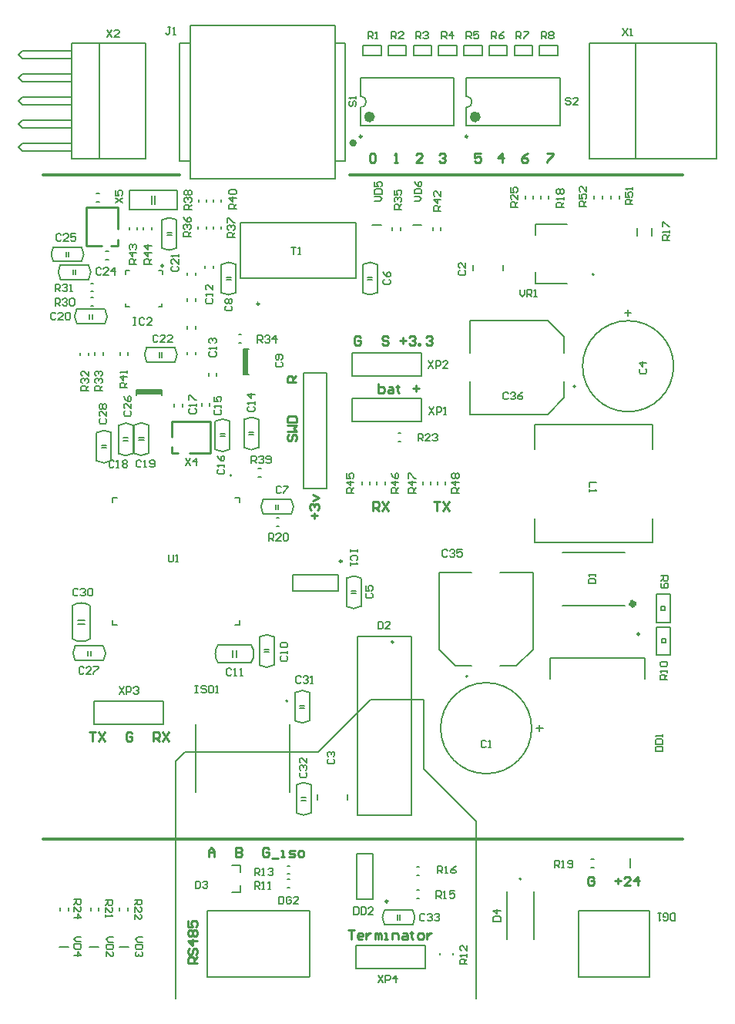
<source format=gto>
G04*
G04 #@! TF.GenerationSoftware,Altium Limited,Altium Designer,20.0.13 (296)*
G04*
G04 Layer_Color=65535*
%FSLAX44Y44*%
%MOMM*%
G71*
G01*
G75*
%ADD10C,0.2000*%
%ADD11C,0.2540*%
%ADD12C,0.2500*%
%ADD13C,0.1500*%
%ADD14C,0.1270*%
%ADD15C,0.4000*%
%ADD16C,0.6096*%
%ADD17C,0.6000*%
%ADD18C,0.3000*%
%ADD19C,0.1520*%
%ADD20C,0.1524*%
%ADD21R,2.8000X0.5500*%
%ADD22R,0.5500X2.8000*%
D10*
X525500Y131500D02*
G03*
X525500Y131500I-1000J0D01*
G01*
X207250Y574900D02*
G03*
X207250Y574900I-1000J0D01*
G01*
X466750Y354250D02*
G03*
X466750Y354250I-1000J0D01*
G01*
X585000Y672750D02*
G03*
X585000Y672750I-1000J0D01*
G01*
X268950Y327250D02*
G03*
X268950Y327250I-1000J0D01*
G01*
X605500Y795750D02*
G03*
X605500Y795750I-1000J0D01*
G01*
X537000Y297250D02*
G03*
X537000Y297250I-50000J0D01*
G01*
X693000Y695000D02*
G03*
X693000Y695000I-50000J0D01*
G01*
X348800Y979150D02*
G03*
X348800Y991850I0J6350D01*
G01*
X465000Y979150D02*
G03*
X465000Y991850I0J6350D01*
G01*
X180500Y23825D02*
Y96785D01*
Y23825D02*
X292170D01*
X292880Y24535D01*
Y96785D01*
X180500D02*
X292880D01*
X605500Y879000D02*
Y882000D01*
X614500Y879000D02*
Y882000D01*
X624072Y879000D02*
Y882000D01*
X633072Y879000D02*
Y882000D01*
X442500Y565250D02*
Y568250D01*
X433500Y565250D02*
Y568250D01*
X426250Y565250D02*
Y568250D01*
X417250Y565250D02*
Y568250D01*
X376000Y565250D02*
Y568250D01*
X367000Y565250D02*
Y568250D01*
X359500Y565250D02*
Y568250D01*
X350500Y565250D02*
Y568250D01*
X216500Y117000D02*
Y125000D01*
X207500Y117000D02*
X216500D01*
Y139000D02*
Y147000D01*
X207500D02*
X216500D01*
X-22766Y990434D02*
X31420D01*
X-27000Y986200D02*
X-22766Y981967D01*
X31420D01*
X-27000Y986200D02*
X-22766Y990434D01*
X61900Y922700D02*
Y1049700D01*
X31420Y922700D02*
X61900D01*
X-27000Y960800D02*
X-22766Y965034D01*
X-27000Y935400D02*
X-22766Y939634D01*
X-27000Y935400D02*
X-22766Y931167D01*
Y956567D02*
X31420D01*
X-27000Y960800D02*
X-22766Y956567D01*
Y965034D02*
X31420D01*
X-22766Y939634D02*
X31420D01*
X-22766Y931167D02*
X31420D01*
Y922700D02*
Y1049700D01*
X61900Y922700D02*
X112700D01*
Y1049700D01*
X-27000Y1011600D02*
X-22766Y1015834D01*
Y1007367D02*
X31420D01*
X-27000Y1011600D02*
X-22766Y1007367D01*
Y1015834D02*
X31420D01*
X-27000Y1037000D02*
X-22766Y1041234D01*
Y1032767D02*
X31420D01*
X-27000Y1037000D02*
X-22766Y1032767D01*
Y1041234D02*
X31420D01*
Y1049700D02*
X112700D01*
X301250Y218250D02*
Y224250D01*
X334250Y218250D02*
Y224250D01*
X339400Y634050D02*
X415600D01*
X339400Y659450D02*
X415600D01*
X339400Y634050D02*
Y659450D01*
X415600Y634050D02*
Y659450D01*
X669250Y838750D02*
Y846750D01*
X653250Y838750D02*
Y846750D01*
X406248Y850250D02*
X416248D01*
X518000Y1036500D02*
Y1047500D01*
X538000D01*
Y1036500D02*
Y1047500D01*
X518000Y1036500D02*
X538000D01*
X462500D02*
Y1047500D01*
X482500D01*
Y1036500D02*
Y1047500D01*
X462500Y1036500D02*
X482500D01*
X407000D02*
Y1047500D01*
X427000D01*
Y1036500D02*
Y1047500D01*
X407000Y1036500D02*
X427000D01*
X545750D02*
Y1047500D01*
X565750D01*
Y1036500D02*
Y1047500D01*
X545750Y1036500D02*
X565750D01*
X490250D02*
Y1047500D01*
X510250D01*
Y1036500D02*
Y1047500D01*
X490250Y1036500D02*
X510250D01*
X434750D02*
Y1047500D01*
X454751D01*
Y1036500D02*
Y1047500D01*
X434750Y1036500D02*
X454751D01*
X379250D02*
Y1047500D01*
X399250D01*
Y1036500D02*
Y1047500D01*
X379250Y1036500D02*
X399250D01*
X351500D02*
Y1047500D01*
X371500D01*
Y1036500D02*
Y1047500D01*
X351500Y1036500D02*
X371500D01*
X390250Y612500D02*
X393250D01*
X390250Y621500D02*
X393250D01*
X362750Y109600D02*
Y159600D01*
X344750Y109600D02*
Y159600D01*
Y109600D02*
X362750D01*
X344750Y159600D02*
X362750D01*
X476250Y0D02*
Y194500D01*
X418250Y252500D02*
X476250Y194500D01*
X418250Y252500D02*
Y328250D01*
X359750D02*
X418250D01*
X302750Y271250D02*
X359750Y328250D01*
X156000Y271250D02*
X302750D01*
X145500Y260750D02*
X156000Y271250D01*
X145500Y0D02*
Y260750D01*
X339400Y684550D02*
X415600D01*
X339400Y709950D02*
X415600D01*
X339400Y684550D02*
Y709950D01*
X415600Y684550D02*
Y709950D01*
X55650Y301550D02*
X131850D01*
X55650Y326950D02*
X131850D01*
X55650Y301550D02*
Y326950D01*
X131850Y301550D02*
Y326950D01*
X410500Y110250D02*
X413500D01*
X410500Y119250D02*
X413500D01*
X410500Y136000D02*
X413500D01*
X410500Y145000D02*
X413500D01*
X343750Y33550D02*
X419950D01*
X343750Y58950D02*
X419950D01*
X343750Y33550D02*
Y58950D01*
X419950Y33550D02*
Y58950D01*
X268500Y137000D02*
X271500D01*
X268500Y146000D02*
X271500D01*
X268250Y122000D02*
X271250D01*
X268250Y131000D02*
X271250D01*
X428250Y844250D02*
Y847250D01*
X437250Y844250D02*
Y847250D01*
X361750Y850250D02*
X371750D01*
X547000Y879000D02*
Y882000D01*
X556000Y879000D02*
Y882000D01*
X50000Y707000D02*
Y710000D01*
X41000Y707000D02*
Y710000D01*
X52250Y761500D02*
X55250D01*
X52250Y770500D02*
X55250D01*
X59000Y884500D02*
X62000D01*
X59000Y875500D02*
X62000D01*
X68750Y812250D02*
X71750D01*
X68750Y821250D02*
X71750D01*
X94750Y844750D02*
Y847750D01*
X103750Y844750D02*
Y847750D01*
X215000Y721000D02*
X218000D01*
X215000Y730000D02*
X218000D01*
X178000Y802500D02*
Y805500D01*
X187000Y802500D02*
Y805500D01*
X110500Y844750D02*
Y847750D01*
X119500Y844750D02*
Y847750D01*
X93500Y707500D02*
Y710500D01*
X84500Y707500D02*
Y710500D01*
X539000Y879250D02*
Y882250D01*
X530000Y879250D02*
Y882250D01*
X170750Y845750D02*
Y848750D01*
X179750Y845750D02*
Y848750D01*
X167500Y736000D02*
Y739000D01*
X158500Y736000D02*
Y739000D01*
X196000Y875500D02*
Y878500D01*
X187000Y875500D02*
Y878500D01*
X182000Y684500D02*
Y687500D01*
X191000Y684500D02*
Y687500D01*
X130250Y663000D02*
Y669000D01*
X102250Y663000D02*
Y669000D01*
X130250D01*
X187000Y845750D02*
Y848750D01*
X196000Y845750D02*
Y848750D01*
X180000Y875500D02*
Y878500D01*
X171000Y875500D02*
Y878500D01*
X344250Y792200D02*
Y852800D01*
X217250Y792200D02*
X344250D01*
X217250D02*
Y852800D01*
X344250D01*
X450250Y48000D02*
Y50000D01*
X436250Y48000D02*
Y50000D01*
X236750Y573750D02*
X239750D01*
X236750Y582750D02*
X239750D01*
X256500Y519250D02*
X259500D01*
X256500Y528250D02*
X259500D01*
X274750Y465750D02*
X324750D01*
X274750Y447750D02*
X324750D01*
Y465750D01*
X274750Y447750D02*
Y465750D01*
X661500Y351750D02*
Y374250D01*
X557500D02*
X661500D01*
X557500Y351750D02*
Y374250D01*
X17750Y57000D02*
X27750D01*
X51000D02*
X61000D01*
X84250D02*
X94250D01*
X92998Y97000D02*
Y100000D01*
X83998Y97000D02*
Y100000D01*
X61248Y97000D02*
Y100000D01*
X52247Y97000D02*
Y100000D01*
X27998Y97000D02*
Y100000D01*
X18997Y97000D02*
Y100000D01*
X392751Y844250D02*
Y847250D01*
X383752Y844250D02*
Y847250D01*
X52500Y786000D02*
X55500D01*
X52500Y777000D02*
X55500D01*
X183250Y651250D02*
Y654250D01*
X174250Y651250D02*
Y654250D01*
X153500Y650750D02*
Y653750D01*
X144500Y650750D02*
Y653750D01*
X220500Y686000D02*
Y714000D01*
Y686000D02*
X226500D01*
X220500Y714000D02*
X226500D01*
X57000Y707500D02*
Y710500D01*
X66000Y707500D02*
Y710500D01*
X602250Y144003D02*
X605250D01*
X602250Y153002D02*
X605250D01*
X651600Y1049700D02*
X740500D01*
Y922700D02*
Y1049700D01*
X651600Y922700D02*
X740500D01*
X600800D02*
Y1049700D01*
X651600Y922700D02*
Y1049700D01*
X600800D02*
X651600D01*
X600800Y922700D02*
X651600D01*
X645500Y144250D02*
Y154250D01*
X286050Y688000D02*
X311450D01*
Y561000D02*
Y688000D01*
X286050Y561000D02*
Y688000D01*
Y561000D02*
X311450D01*
X473000Y800000D02*
Y806000D01*
X506000Y800000D02*
Y806000D01*
X545750Y293750D02*
Y300750D01*
X542250Y297250D02*
X549250D01*
X639500Y753750D02*
X646500D01*
X643000Y750250D02*
Y757250D01*
X348800Y959000D02*
X451800D01*
X348800Y1012000D02*
X451800D01*
X348800Y959000D02*
Y979150D01*
Y991850D02*
Y1012000D01*
X451800Y959000D02*
Y1012000D01*
X465000Y959000D02*
X568000D01*
X465000Y1012000D02*
X568000D01*
X465000Y959000D02*
Y979150D01*
Y991850D02*
Y1012000D01*
X568000Y959000D02*
Y1012000D01*
X158500Y707750D02*
Y710750D01*
X167500Y707750D02*
Y710750D01*
Y794750D02*
Y797750D01*
X158500Y794750D02*
Y797750D01*
Y766500D02*
Y769500D01*
X167500Y766500D02*
Y769500D01*
X694830Y85741D02*
Y93739D01*
X690832D01*
X689499Y92406D01*
Y87074D01*
X690832Y85741D01*
X694830D01*
X681501Y87074D02*
X682834Y85741D01*
X685500D01*
X686833Y87074D01*
Y92406D01*
X685500Y93739D01*
X682834D01*
X681501Y92406D01*
Y89740D01*
X684167D01*
X678836Y93739D02*
X676170D01*
X677503D01*
Y85741D01*
X678836Y87074D01*
X259337Y112249D02*
Y104251D01*
X263335D01*
X264668Y105584D01*
Y110916D01*
X263335Y112249D01*
X259337D01*
X272666Y110916D02*
X271333Y112249D01*
X268667D01*
X267334Y110916D01*
Y105584D01*
X268667Y104251D01*
X271333D01*
X272666Y105584D01*
Y108250D01*
X270000D01*
X280663Y104251D02*
X275332D01*
X280663Y109583D01*
Y110916D01*
X279330Y112249D01*
X276665D01*
X275332Y110916D01*
X597249Y870837D02*
X589251D01*
Y874836D01*
X590584Y876168D01*
X593250D01*
X594583Y874836D01*
Y870837D01*
Y873503D02*
X597249Y876168D01*
X589251Y884166D02*
Y878834D01*
X593250D01*
X591917Y881500D01*
Y882833D01*
X593250Y884166D01*
X595916D01*
X597249Y882833D01*
Y880167D01*
X595916Y878834D01*
X597249Y892163D02*
Y886832D01*
X591917Y892163D01*
X590584D01*
X589251Y890830D01*
Y888165D01*
X590584Y886832D01*
X648249Y872907D02*
X640251D01*
Y876905D01*
X641584Y878238D01*
X644250D01*
X645583Y876905D01*
Y872907D01*
Y875572D02*
X648249Y878238D01*
X640251Y886236D02*
Y880904D01*
X644250D01*
X642917Y883570D01*
Y884903D01*
X644250Y886236D01*
X646916D01*
X648249Y884903D01*
Y882237D01*
X646916Y880904D01*
X648249Y888901D02*
Y891567D01*
Y890234D01*
X640251D01*
X641584Y888901D01*
X495001Y85085D02*
X502999D01*
Y89084D01*
X501666Y90417D01*
X496334D01*
X495001Y89084D01*
Y85085D01*
X502999Y97082D02*
X495001D01*
X499000Y93083D01*
Y98414D01*
X99503Y748249D02*
X102169D01*
X100836D01*
Y740251D01*
X99503D01*
X102169D01*
X111499Y746916D02*
X110167Y748249D01*
X107501D01*
X106168Y746916D01*
Y741584D01*
X107501Y740251D01*
X110167D01*
X111499Y741584D01*
X119497Y740251D02*
X114165D01*
X119497Y745583D01*
Y746916D01*
X118164Y748249D01*
X115498D01*
X114165Y746916D01*
X457249Y555837D02*
X449251D01*
Y559836D01*
X450584Y561168D01*
X453250D01*
X454583Y559836D01*
Y555837D01*
Y558503D02*
X457249Y561168D01*
Y567833D02*
X449251D01*
X453250Y563834D01*
Y569166D01*
X450584Y571832D02*
X449251Y573164D01*
Y575830D01*
X450584Y577163D01*
X451917D01*
X453250Y575830D01*
X454583Y577163D01*
X455916D01*
X457249Y575830D01*
Y573164D01*
X455916Y571832D01*
X454583D01*
X453250Y573164D01*
X451917Y571832D01*
X450584D01*
X453250Y573164D02*
Y575830D01*
X409749Y555837D02*
X401751D01*
Y559836D01*
X403084Y561168D01*
X405750D01*
X407083Y559836D01*
Y555837D01*
Y558503D02*
X409749Y561168D01*
Y567833D02*
X401751D01*
X405750Y563834D01*
Y569166D01*
X401751Y571832D02*
Y577163D01*
X403084D01*
X408416Y571832D01*
X409749D01*
X390749Y555837D02*
X382751D01*
Y559836D01*
X384084Y561168D01*
X386750D01*
X388083Y559836D01*
Y555837D01*
Y558503D02*
X390749Y561168D01*
Y567833D02*
X382751D01*
X386750Y563834D01*
Y569166D01*
X382751Y577163D02*
X384084Y574497D01*
X386750Y571832D01*
X389416D01*
X390749Y573164D01*
Y575830D01*
X389416Y577163D01*
X388083D01*
X386750Y575830D01*
Y571832D01*
X341749Y555837D02*
X333751D01*
Y559836D01*
X335084Y561168D01*
X337750D01*
X339083Y559836D01*
Y555837D01*
Y558503D02*
X341749Y561168D01*
Y567833D02*
X333751D01*
X337750Y563834D01*
Y569166D01*
X333751Y577163D02*
Y571832D01*
X337750D01*
X336417Y574497D01*
Y575830D01*
X337750Y577163D01*
X340416D01*
X341749Y575830D01*
Y573164D01*
X340416Y571832D01*
X511168Y665166D02*
X509836Y666499D01*
X507170D01*
X505837Y665166D01*
Y659834D01*
X507170Y658501D01*
X509836D01*
X511168Y659834D01*
X513834Y665166D02*
X515167Y666499D01*
X517833D01*
X519166Y665166D01*
Y663833D01*
X517833Y662500D01*
X516500D01*
X517833D01*
X519166Y661167D01*
Y659834D01*
X517833Y658501D01*
X515167D01*
X513834Y659834D01*
X527163Y666499D02*
X524497Y665166D01*
X521832Y662500D01*
Y659834D01*
X523164Y658501D01*
X525830D01*
X527163Y659834D01*
Y661167D01*
X525830Y662500D01*
X521832D01*
X444418Y492166D02*
X443086Y493499D01*
X440420D01*
X439087Y492166D01*
Y486834D01*
X440420Y485501D01*
X443086D01*
X444418Y486834D01*
X447084Y492166D02*
X448417Y493499D01*
X451083D01*
X452416Y492166D01*
Y490833D01*
X451083Y489500D01*
X449750D01*
X451083D01*
X452416Y488167D01*
Y486834D01*
X451083Y485501D01*
X448417D01*
X447084Y486834D01*
X460413Y493499D02*
X455082D01*
Y489500D01*
X457747Y490833D01*
X459080D01*
X460413Y489500D01*
Y486834D01*
X459080Y485501D01*
X456414D01*
X455082Y486834D01*
X408250Y876587D02*
X413581D01*
X416247Y879253D01*
X413581Y881918D01*
X408250D01*
Y884584D02*
X416247D01*
Y888583D01*
X414914Y889916D01*
X409582D01*
X408250Y888583D01*
Y884584D01*
Y897913D02*
X409582Y895247D01*
X412248Y892582D01*
X414914D01*
X416247Y893915D01*
Y896580D01*
X414914Y897913D01*
X413581D01*
X412248Y896580D01*
Y892582D01*
X364501Y876337D02*
X369833D01*
X372499Y879003D01*
X369833Y881668D01*
X364501D01*
Y884334D02*
X372499D01*
Y888333D01*
X371166Y889666D01*
X365834D01*
X364501Y888333D01*
Y884334D01*
Y897663D02*
Y892332D01*
X368500D01*
X367167Y894997D01*
Y896330D01*
X368500Y897663D01*
X371166D01*
X372499Y896330D01*
Y893665D01*
X371166Y892332D01*
X272418Y825999D02*
X277750D01*
X275084D01*
Y818001D01*
X280416D02*
X283082D01*
X281749D01*
Y825999D01*
X280416Y824666D01*
X119499Y807337D02*
X111501D01*
Y811336D01*
X112834Y812668D01*
X115500D01*
X116833Y811336D01*
Y807337D01*
Y810003D02*
X119499Y812668D01*
Y819333D02*
X111501D01*
X115500Y815334D01*
Y820666D01*
X119499Y827330D02*
X111501D01*
X115500Y823332D01*
Y828663D01*
X102749Y807337D02*
X94751D01*
Y811336D01*
X96084Y812668D01*
X98750D01*
X100083Y811336D01*
Y807337D01*
Y810003D02*
X102749Y812668D01*
Y819333D02*
X94751D01*
X98750Y815334D01*
Y820666D01*
X96084Y823332D02*
X94751Y824665D01*
Y827330D01*
X96084Y828663D01*
X97417D01*
X98750Y827330D01*
Y825997D01*
Y827330D01*
X100083Y828663D01*
X101416D01*
X102749Y827330D01*
Y824665D01*
X101416Y823332D01*
X437249Y865837D02*
X429251D01*
Y869836D01*
X430584Y871168D01*
X433250D01*
X434583Y869836D01*
Y865837D01*
Y868503D02*
X437249Y871168D01*
Y877833D02*
X429251D01*
X433250Y873834D01*
Y879166D01*
X437249Y887163D02*
Y881832D01*
X431917Y887163D01*
X430584D01*
X429251Y885830D01*
Y883165D01*
X430584Y881832D01*
X92499Y671420D02*
X84501D01*
Y675418D01*
X85834Y676751D01*
X88500D01*
X89833Y675418D01*
Y671420D01*
Y674085D02*
X92499Y676751D01*
Y683416D02*
X84501D01*
X88500Y679417D01*
Y684749D01*
X92499Y687414D02*
Y690080D01*
Y688747D01*
X84501D01*
X85834Y687414D01*
X212499Y867837D02*
X204501D01*
Y871835D01*
X205834Y873168D01*
X208500D01*
X209833Y871835D01*
Y867837D01*
Y870502D02*
X212499Y873168D01*
Y879833D02*
X204501D01*
X208500Y875834D01*
Y881166D01*
X205834Y883831D02*
X204501Y885164D01*
Y887830D01*
X205834Y889163D01*
X211166D01*
X212499Y887830D01*
Y885164D01*
X211166Y883831D01*
X205834D01*
X572249Y869753D02*
X564251D01*
Y873752D01*
X565584Y875085D01*
X568250D01*
X569583Y873752D01*
Y869753D01*
Y872419D02*
X572249Y875085D01*
Y877751D02*
Y880416D01*
Y879084D01*
X564251D01*
X565584Y877751D01*
Y884415D02*
X564251Y885748D01*
Y888414D01*
X565584Y889747D01*
X566917D01*
X568250Y888414D01*
X569583Y889747D01*
X570916D01*
X572249Y888414D01*
Y885748D01*
X570916Y884415D01*
X569583D01*
X568250Y885748D01*
X566917Y884415D01*
X565584D01*
X568250Y885748D02*
Y888414D01*
X688749Y833503D02*
X680751D01*
Y837502D01*
X682084Y838835D01*
X684750D01*
X686083Y837502D01*
Y833503D01*
Y836169D02*
X688749Y838835D01*
Y841501D02*
Y844166D01*
Y842834D01*
X680751D01*
X682084Y841501D01*
X680751Y848165D02*
Y853497D01*
X682084D01*
X687416Y848165D01*
X688749D01*
X368337Y25749D02*
X373668Y17751D01*
Y25749D02*
X368337Y17751D01*
X376334D02*
Y25749D01*
X380333D01*
X381666Y24416D01*
Y21750D01*
X380333Y20417D01*
X376334D01*
X388330Y17751D02*
Y25749D01*
X384332Y21750D01*
X389663D01*
X433753Y137751D02*
Y145749D01*
X437752D01*
X439085Y144416D01*
Y141750D01*
X437752Y140417D01*
X433753D01*
X436419D02*
X439085Y137751D01*
X441751D02*
X444417D01*
X443084D01*
Y145749D01*
X441751Y144416D01*
X453747Y145749D02*
X451081Y144416D01*
X448415Y141750D01*
Y139084D01*
X449748Y137751D01*
X452414D01*
X453747Y139084D01*
Y140417D01*
X452414Y141750D01*
X448415D01*
X432253Y110501D02*
Y118499D01*
X436252D01*
X437585Y117166D01*
Y114500D01*
X436252Y113167D01*
X432253D01*
X434919D02*
X437585Y110501D01*
X440251D02*
X442916D01*
X441584D01*
Y118499D01*
X440251Y117166D01*
X452247Y118499D02*
X446915D01*
Y114500D01*
X449581Y115833D01*
X450914D01*
X452247Y114500D01*
Y111834D01*
X450914Y110501D01*
X448248D01*
X446915Y111834D01*
X232753Y135501D02*
Y143499D01*
X236752D01*
X238085Y142166D01*
Y139500D01*
X236752Y138167D01*
X232753D01*
X235419D02*
X238085Y135501D01*
X240751D02*
X243416D01*
X242083D01*
Y143499D01*
X240751Y142166D01*
X247415D02*
X248748Y143499D01*
X251414D01*
X252747Y142166D01*
Y140833D01*
X251414Y139500D01*
X250081D01*
X251414D01*
X252747Y138167D01*
Y136834D01*
X251414Y135501D01*
X248748D01*
X247415Y136834D01*
X466249Y38253D02*
X458251D01*
Y42252D01*
X459584Y43585D01*
X462250D01*
X463583Y42252D01*
Y38253D01*
Y40919D02*
X466249Y43585D01*
Y46251D02*
Y48917D01*
Y47584D01*
X458251D01*
X459584Y46251D01*
X466249Y58247D02*
Y52915D01*
X460917Y58247D01*
X459584D01*
X458251Y56914D01*
Y54248D01*
X459584Y52915D01*
X232753Y120751D02*
Y128749D01*
X236752D01*
X238085Y127416D01*
Y124750D01*
X236752Y123417D01*
X232753D01*
X235419D02*
X238085Y120751D01*
X240751D02*
X243416D01*
X242083D01*
Y128749D01*
X240751Y127416D01*
X247415Y120751D02*
X250081D01*
X248748D01*
Y128749D01*
X247415Y127416D01*
X167302Y344207D02*
X169968D01*
X168635D01*
Y336210D01*
X167302D01*
X169968D01*
X179298Y342874D02*
X177965Y344207D01*
X175299D01*
X173967Y342874D01*
Y341542D01*
X175299Y340209D01*
X177965D01*
X179298Y338876D01*
Y337543D01*
X177965Y336210D01*
X175299D01*
X173967Y337543D01*
X185963Y344207D02*
X183297D01*
X181964Y342874D01*
Y337543D01*
X183297Y336210D01*
X185963D01*
X187296Y337543D01*
Y342874D01*
X185963Y344207D01*
X189961Y336210D02*
X192627D01*
X191294D01*
Y344207D01*
X189961Y342874D01*
X341587Y100499D02*
Y92501D01*
X345586D01*
X346918Y93834D01*
Y99166D01*
X345586Y100499D01*
X341587D01*
X349584D02*
Y92501D01*
X353583D01*
X354916Y93834D01*
Y99166D01*
X353583Y100499D01*
X349584D01*
X362913Y92501D02*
X357582D01*
X362913Y97833D01*
Y99166D01*
X361580Y100499D01*
X358914D01*
X357582Y99166D01*
X167586Y129249D02*
Y121251D01*
X171584D01*
X172917Y122584D01*
Y127916D01*
X171584Y129249D01*
X167586D01*
X175583Y127916D02*
X176916Y129249D01*
X179582D01*
X180914Y127916D01*
Y126583D01*
X179582Y125250D01*
X178249D01*
X179582D01*
X180914Y123917D01*
Y122584D01*
X179582Y121251D01*
X176916D01*
X175583Y122584D01*
X368086Y414249D02*
Y406251D01*
X372084D01*
X373417Y407584D01*
Y412916D01*
X372084Y414249D01*
X368086D01*
X381414Y406251D02*
X376083D01*
X381414Y411583D01*
Y412916D01*
X380082Y414249D01*
X377416D01*
X376083Y412916D01*
X419668Y92166D02*
X418335Y93499D01*
X415670D01*
X414337Y92166D01*
Y86834D01*
X415670Y85501D01*
X418335D01*
X419668Y86834D01*
X422334Y92166D02*
X423667Y93499D01*
X426333D01*
X427666Y92166D01*
Y90833D01*
X426333Y89500D01*
X425000D01*
X426333D01*
X427666Y88167D01*
Y86834D01*
X426333Y85501D01*
X423667D01*
X422334Y86834D01*
X430332Y92166D02*
X431665Y93499D01*
X434330D01*
X435663Y92166D01*
Y90833D01*
X434330Y89500D01*
X432997D01*
X434330D01*
X435663Y88167D01*
Y86834D01*
X434330Y85501D01*
X431665D01*
X430332Y86834D01*
X283334Y248418D02*
X282001Y247085D01*
Y244420D01*
X283334Y243087D01*
X288666D01*
X289999Y244420D01*
Y247085D01*
X288666Y248418D01*
X283334Y251084D02*
X282001Y252417D01*
Y255083D01*
X283334Y256416D01*
X284667D01*
X286000Y255083D01*
Y253750D01*
Y255083D01*
X287333Y256416D01*
X288666D01*
X289999Y255083D01*
Y252417D01*
X288666Y251084D01*
X289999Y264413D02*
Y259082D01*
X284667Y264413D01*
X283334D01*
X282001Y263080D01*
Y260415D01*
X283334Y259082D01*
X283446Y353302D02*
X282113Y354635D01*
X279447D01*
X278114Y353302D01*
Y347971D01*
X279447Y346638D01*
X282113D01*
X283446Y347971D01*
X286111Y353302D02*
X287444Y354635D01*
X290110D01*
X291443Y353302D01*
Y351970D01*
X290110Y350637D01*
X288777D01*
X290110D01*
X291443Y349304D01*
Y347971D01*
X290110Y346638D01*
X287444D01*
X286111Y347971D01*
X294109Y346638D02*
X296775D01*
X295442D01*
Y354635D01*
X294109Y353302D01*
X313834Y263417D02*
X312501Y262084D01*
Y259418D01*
X313834Y258085D01*
X319166D01*
X320499Y259418D01*
Y262084D01*
X319166Y263417D01*
X313834Y266083D02*
X312501Y267416D01*
Y270082D01*
X313834Y271415D01*
X315167D01*
X316500Y270082D01*
Y268749D01*
Y270082D01*
X317833Y271415D01*
X319166D01*
X320499Y270082D01*
Y267416D01*
X319166Y266083D01*
X229087Y588501D02*
Y596499D01*
X233085D01*
X234418Y595166D01*
Y592500D01*
X233085Y591167D01*
X229087D01*
X231753D02*
X234418Y588501D01*
X237084Y595166D02*
X238417Y596499D01*
X241083D01*
X242416Y595166D01*
Y593833D01*
X241083Y592500D01*
X239750D01*
X241083D01*
X242416Y591167D01*
Y589834D01*
X241083Y588501D01*
X238417D01*
X237084Y589834D01*
X245082D02*
X246415Y588501D01*
X249080D01*
X250413Y589834D01*
Y595166D01*
X249080Y596499D01*
X246415D01*
X245082Y595166D01*
Y593833D01*
X246415Y592500D01*
X250413D01*
X79501Y874585D02*
X87499Y879917D01*
X79501D02*
X87499Y874585D01*
X79501Y887915D02*
Y882583D01*
X83500D01*
X82167Y885249D01*
Y886582D01*
X83500Y887915D01*
X86166D01*
X87499Y886582D01*
Y883916D01*
X86166Y882583D01*
X156586Y593999D02*
X161917Y586001D01*
Y593999D02*
X156586Y586001D01*
X168582D02*
Y593999D01*
X164583Y590000D01*
X169914D01*
X686249Y350503D02*
X678251D01*
Y354502D01*
X679584Y355835D01*
X682250D01*
X683583Y354502D01*
Y350503D01*
Y353169D02*
X686249Y355835D01*
Y358501D02*
Y361166D01*
Y359833D01*
X678251D01*
X679584Y358501D01*
Y365165D02*
X678251Y366498D01*
Y369164D01*
X679584Y370497D01*
X684916D01*
X686249Y369164D01*
Y366498D01*
X684916Y365165D01*
X679584D01*
X679001Y464664D02*
X686999D01*
Y460665D01*
X685666Y459333D01*
X683000D01*
X681667Y460665D01*
Y464664D01*
Y461998D02*
X679001Y459333D01*
X680334Y456667D02*
X679001Y455334D01*
Y452668D01*
X680334Y451335D01*
X685666D01*
X686999Y452668D01*
Y455334D01*
X685666Y456667D01*
X684333D01*
X683000Y455334D01*
Y451335D01*
X487000Y282666D02*
X485667Y283999D01*
X483001D01*
X481668Y282666D01*
Y277334D01*
X483001Y276001D01*
X485667D01*
X487000Y277334D01*
X489666Y276001D02*
X492332D01*
X490999D01*
Y283999D01*
X489666Y282666D01*
X83587Y342749D02*
X88918Y334751D01*
Y342749D02*
X83587Y334751D01*
X91584D02*
Y342749D01*
X95583D01*
X96916Y341416D01*
Y338750D01*
X95583Y337417D01*
X91584D01*
X99582Y341416D02*
X100914Y342749D01*
X103580D01*
X104913Y341416D01*
Y340083D01*
X103580Y338750D01*
X102247D01*
X103580D01*
X104913Y337417D01*
Y336084D01*
X103580Y334751D01*
X100914D01*
X99582Y336084D01*
X13918Y752666D02*
X12586Y753999D01*
X9920D01*
X8587Y752666D01*
Y747334D01*
X9920Y746001D01*
X12586D01*
X13918Y747334D01*
X21916Y746001D02*
X16584D01*
X21916Y751333D01*
Y752666D01*
X20583Y753999D01*
X17917D01*
X16584Y752666D01*
X24582D02*
X25915Y753999D01*
X28580D01*
X29913Y752666D01*
Y747334D01*
X28580Y746001D01*
X25915D01*
X24582Y747334D01*
Y752666D01*
X70335Y1064499D02*
X75667Y1056501D01*
Y1064499D02*
X70335Y1056501D01*
X83665D02*
X78333D01*
X83665Y1061833D01*
Y1063166D01*
X82332Y1064499D01*
X79666D01*
X78333Y1063166D01*
X423587Y700999D02*
X428918Y693001D01*
Y700999D02*
X423587Y693001D01*
X431584D02*
Y700999D01*
X435583D01*
X436916Y699666D01*
Y697000D01*
X435583Y695667D01*
X431584D01*
X444913Y693001D02*
X439582D01*
X444913Y698333D01*
Y699666D01*
X443580Y700999D01*
X440914D01*
X439582Y699666D01*
X424420Y649999D02*
X429751Y642001D01*
Y649999D02*
X424420Y642001D01*
X432417D02*
Y649999D01*
X436416D01*
X437749Y648666D01*
Y646000D01*
X436416Y644667D01*
X432417D01*
X440415Y642001D02*
X443080D01*
X441748D01*
Y649999D01*
X440415Y648666D01*
X637168Y1066499D02*
X642500Y1058501D01*
Y1066499D02*
X637168Y1058501D01*
X645166D02*
X647832D01*
X646499D01*
Y1066499D01*
X645166Y1065166D01*
X523920Y779499D02*
Y774167D01*
X526586Y771501D01*
X529251Y774167D01*
Y779499D01*
X531917Y771501D02*
Y779499D01*
X535916D01*
X537249Y778166D01*
Y775500D01*
X535916Y774167D01*
X531917D01*
X534583D02*
X537249Y771501D01*
X539915D02*
X542580D01*
X541247D01*
Y779499D01*
X539915Y778166D01*
X41999Y67913D02*
X36667D01*
X34001Y65247D01*
X36667Y62582D01*
X41999D01*
Y59916D02*
X34001D01*
Y55917D01*
X35334Y54584D01*
X40666D01*
X41999Y55917D01*
Y59916D01*
X34001Y47920D02*
X41999D01*
X38000Y51918D01*
Y46587D01*
X109499Y67663D02*
X104167D01*
X101501Y64997D01*
X104167Y62332D01*
X109499D01*
Y59666D02*
X101501D01*
Y55667D01*
X102834Y54334D01*
X108166D01*
X109499Y55667D01*
Y59666D01*
X108166Y51668D02*
X109499Y50335D01*
Y47670D01*
X108166Y46337D01*
X106833D01*
X105500Y47670D01*
Y49002D01*
Y47670D01*
X104167Y46337D01*
X102834D01*
X101501Y47670D01*
Y50335D01*
X102834Y51668D01*
X77499Y67663D02*
X72167D01*
X69501Y64997D01*
X72167Y62332D01*
X77499D01*
Y59666D02*
X69501D01*
Y55667D01*
X70834Y54334D01*
X76166D01*
X77499Y55667D01*
Y59666D01*
X69501Y46337D02*
Y51668D01*
X74833Y46337D01*
X76166D01*
X77499Y47670D01*
Y50335D01*
X76166Y51668D01*
X137918Y487999D02*
Y481334D01*
X139251Y480001D01*
X141917D01*
X143250Y481334D01*
Y487999D01*
X145916Y480001D02*
X148582D01*
X147249D01*
Y487999D01*
X145916Y486666D01*
X579917Y988916D02*
X578584Y990249D01*
X575918D01*
X574585Y988916D01*
Y987583D01*
X575918Y986250D01*
X578584D01*
X579917Y984917D01*
Y983584D01*
X578584Y982251D01*
X575918D01*
X574585Y983584D01*
X587915Y982251D02*
X582583D01*
X587915Y987583D01*
Y988916D01*
X586582Y990249D01*
X583916D01*
X582583Y988916D01*
X337584Y986250D02*
X336251Y984917D01*
Y982251D01*
X337584Y980918D01*
X338917D01*
X340250Y982251D01*
Y984917D01*
X341583Y986250D01*
X342916D01*
X344249Y984917D01*
Y982251D01*
X342916Y980918D01*
X344249Y988916D02*
Y991582D01*
Y990249D01*
X336251D01*
X337584Y988916D01*
X163249Y867087D02*
X155251D01*
Y871086D01*
X156584Y872418D01*
X159250D01*
X160583Y871086D01*
Y867087D01*
Y869753D02*
X163249Y872418D01*
X156584Y875084D02*
X155251Y876417D01*
Y879083D01*
X156584Y880416D01*
X157917D01*
X159250Y879083D01*
Y877750D01*
Y879083D01*
X160583Y880416D01*
X161916D01*
X163249Y879083D01*
Y876417D01*
X161916Y875084D01*
X156584Y883082D02*
X155251Y884415D01*
Y887080D01*
X156584Y888413D01*
X157917D01*
X159250Y887080D01*
X160583Y888413D01*
X161916D01*
X163249Y887080D01*
Y884415D01*
X161916Y883082D01*
X160583D01*
X159250Y884415D01*
X157917Y883082D01*
X156584D01*
X159250Y884415D02*
Y887080D01*
X210749Y836587D02*
X202751D01*
Y840585D01*
X204084Y841918D01*
X206750D01*
X208083Y840585D01*
Y836587D01*
Y839253D02*
X210749Y841918D01*
X204084Y844584D02*
X202751Y845917D01*
Y848583D01*
X204084Y849916D01*
X205417D01*
X206750Y848583D01*
Y847250D01*
Y848583D01*
X208083Y849916D01*
X209416D01*
X210749Y848583D01*
Y845917D01*
X209416Y844584D01*
X202751Y852582D02*
Y857913D01*
X204084D01*
X209416Y852582D01*
X210749D01*
X162499Y837337D02*
X154501D01*
Y841336D01*
X155834Y842669D01*
X158500D01*
X159833Y841336D01*
Y837337D01*
Y840003D02*
X162499Y842669D01*
X155834Y845334D02*
X154501Y846667D01*
Y849333D01*
X155834Y850666D01*
X157167D01*
X158500Y849333D01*
Y848000D01*
Y849333D01*
X159833Y850666D01*
X161166D01*
X162499Y849333D01*
Y846667D01*
X161166Y845334D01*
X154501Y858663D02*
X155834Y855997D01*
X158500Y853332D01*
X161166D01*
X162499Y854665D01*
Y857330D01*
X161166Y858663D01*
X159833D01*
X158500Y857330D01*
Y853332D01*
X394000Y867337D02*
X386003D01*
Y871336D01*
X387336Y872669D01*
X390002D01*
X391334Y871336D01*
Y867337D01*
Y870003D02*
X394000Y872669D01*
X387336Y875334D02*
X386003Y876667D01*
Y879333D01*
X387336Y880666D01*
X388669D01*
X390002Y879333D01*
Y878000D01*
Y879333D01*
X391334Y880666D01*
X392667D01*
X394000Y879333D01*
Y876667D01*
X392667Y875334D01*
X386003Y888663D02*
Y883332D01*
X390002D01*
X388669Y885997D01*
Y887330D01*
X390002Y888663D01*
X392667D01*
X394000Y887330D01*
Y884665D01*
X392667Y883332D01*
X235837Y721001D02*
Y728999D01*
X239835D01*
X241168Y727666D01*
Y725000D01*
X239835Y723667D01*
X235837D01*
X238503D02*
X241168Y721001D01*
X243834Y727666D02*
X245167Y728999D01*
X247833D01*
X249166Y727666D01*
Y726333D01*
X247833Y725000D01*
X246500D01*
X247833D01*
X249166Y723667D01*
Y722334D01*
X247833Y721001D01*
X245167D01*
X243834Y722334D01*
X255830Y721001D02*
Y728999D01*
X251832Y725000D01*
X257163D01*
X65249Y668337D02*
X57251D01*
Y672336D01*
X58584Y673668D01*
X61250D01*
X62583Y672336D01*
Y668337D01*
Y671003D02*
X65249Y673668D01*
X58584Y676334D02*
X57251Y677667D01*
Y680333D01*
X58584Y681666D01*
X59917D01*
X61250Y680333D01*
Y679000D01*
Y680333D01*
X62583Y681666D01*
X63916D01*
X65249Y680333D01*
Y677667D01*
X63916Y676334D01*
X58584Y684332D02*
X57251Y685665D01*
Y688330D01*
X58584Y689663D01*
X59917D01*
X61250Y688330D01*
Y686998D01*
Y688330D01*
X62583Y689663D01*
X63916D01*
X65249Y688330D01*
Y685665D01*
X63916Y684332D01*
X49999Y668337D02*
X42001D01*
Y672336D01*
X43334Y673668D01*
X46000D01*
X47333Y672336D01*
Y668337D01*
Y671003D02*
X49999Y673668D01*
X43334Y676334D02*
X42001Y677667D01*
Y680333D01*
X43334Y681666D01*
X44667D01*
X46000Y680333D01*
Y679000D01*
Y680333D01*
X47333Y681666D01*
X48666D01*
X49999Y680333D01*
Y677667D01*
X48666Y676334D01*
X49999Y689663D02*
Y684332D01*
X44667Y689663D01*
X43334D01*
X42001Y688330D01*
Y685665D01*
X43334Y684332D01*
X13420Y777251D02*
Y785249D01*
X17418D01*
X18751Y783916D01*
Y781250D01*
X17418Y779917D01*
X13420D01*
X16085D02*
X18751Y777251D01*
X21417Y783916D02*
X22750Y785249D01*
X25416D01*
X26749Y783916D01*
Y782583D01*
X25416Y781250D01*
X24083D01*
X25416D01*
X26749Y779917D01*
Y778584D01*
X25416Y777251D01*
X22750D01*
X21417Y778584D01*
X29415Y777251D02*
X32080D01*
X30747D01*
Y785249D01*
X29415Y783916D01*
X13337Y761501D02*
Y769499D01*
X17335D01*
X18668Y768166D01*
Y765500D01*
X17335Y764167D01*
X13337D01*
X16003D02*
X18668Y761501D01*
X21334Y768166D02*
X22667Y769499D01*
X25333D01*
X26666Y768166D01*
Y766833D01*
X25333Y765500D01*
X24000D01*
X25333D01*
X26666Y764167D01*
Y762834D01*
X25333Y761501D01*
X22667D01*
X21334Y762834D01*
X29332Y768166D02*
X30665Y769499D01*
X33330D01*
X34663Y768166D01*
Y762834D01*
X33330Y761501D01*
X30665D01*
X29332Y762834D01*
Y768166D01*
X521749Y870087D02*
X513751D01*
Y874085D01*
X515084Y875418D01*
X517750D01*
X519083Y874085D01*
Y870087D01*
Y872753D02*
X521749Y875418D01*
Y883416D02*
Y878084D01*
X516417Y883416D01*
X515084D01*
X513751Y882083D01*
Y879417D01*
X515084Y878084D01*
X513751Y891413D02*
Y886082D01*
X517750D01*
X516417Y888747D01*
Y890080D01*
X517750Y891413D01*
X520416D01*
X521749Y890080D01*
Y887414D01*
X520416Y886082D01*
X34001Y109163D02*
X41999D01*
Y105164D01*
X40666Y103832D01*
X38000D01*
X36667Y105164D01*
Y109163D01*
Y106497D02*
X34001Y103832D01*
Y95834D02*
Y101166D01*
X39333Y95834D01*
X40666D01*
X41999Y97167D01*
Y99833D01*
X40666Y101166D01*
X34001Y89170D02*
X41999D01*
X38000Y93168D01*
Y87837D01*
X412087Y612751D02*
Y620749D01*
X416086D01*
X417418Y619416D01*
Y616750D01*
X416086Y615417D01*
X412087D01*
X414753D02*
X417418Y612751D01*
X425416D02*
X420084D01*
X425416Y618083D01*
Y619416D01*
X424083Y620749D01*
X421417D01*
X420084Y619416D01*
X428082D02*
X429414Y620749D01*
X432080D01*
X433413Y619416D01*
Y618083D01*
X432080Y616750D01*
X430747D01*
X432080D01*
X433413Y615417D01*
Y614084D01*
X432080Y612751D01*
X429414D01*
X428082Y614084D01*
X100501Y108663D02*
X108499D01*
Y104664D01*
X107166Y103332D01*
X104500D01*
X103167Y104664D01*
Y108663D01*
Y105997D02*
X100501Y103332D01*
Y95334D02*
Y100666D01*
X105833Y95334D01*
X107166D01*
X108499Y96667D01*
Y99333D01*
X107166Y100666D01*
X100501Y87337D02*
Y92668D01*
X105833Y87337D01*
X107166D01*
X108499Y88670D01*
Y91335D01*
X107166Y92668D01*
X68501Y108330D02*
X76499D01*
Y104332D01*
X75166Y102999D01*
X72500D01*
X71167Y104332D01*
Y108330D01*
Y105665D02*
X68501Y102999D01*
Y95001D02*
Y100333D01*
X73833Y95001D01*
X75166D01*
X76499Y96334D01*
Y99000D01*
X75166Y100333D01*
X68501Y92336D02*
Y89670D01*
Y91003D01*
X76499D01*
X75166Y92336D01*
X248087Y503251D02*
Y511249D01*
X252085D01*
X253418Y509916D01*
Y507250D01*
X252085Y505917D01*
X248087D01*
X250753D02*
X253418Y503251D01*
X261416D02*
X256084D01*
X261416Y508583D01*
Y509916D01*
X260083Y511249D01*
X257417D01*
X256084Y509916D01*
X264082D02*
X265415Y511249D01*
X268080D01*
X269413Y509916D01*
Y504584D01*
X268080Y503251D01*
X265415D01*
X264082Y504584D01*
Y509916D01*
X562253Y144004D02*
Y152001D01*
X566252D01*
X567585Y150668D01*
Y148002D01*
X566252Y146670D01*
X562253D01*
X564919D02*
X567585Y144004D01*
X570251D02*
X572916D01*
X571584D01*
Y152001D01*
X570251Y150668D01*
X576915Y145337D02*
X578248Y144004D01*
X580914D01*
X582247Y145337D01*
Y150668D01*
X580914Y152001D01*
X578248D01*
X576915Y150668D01*
Y149335D01*
X578248Y148002D01*
X582247D01*
X547836Y1054751D02*
Y1062749D01*
X551834D01*
X553167Y1061416D01*
Y1058750D01*
X551834Y1057417D01*
X547836D01*
X550501D02*
X553167Y1054751D01*
X555833Y1061416D02*
X557166Y1062749D01*
X559832D01*
X561165Y1061416D01*
Y1060083D01*
X559832Y1058750D01*
X561165Y1057417D01*
Y1056084D01*
X559832Y1054751D01*
X557166D01*
X555833Y1056084D01*
Y1057417D01*
X557166Y1058750D01*
X555833Y1060083D01*
Y1061416D01*
X557166Y1058750D02*
X559832D01*
X520085Y1054751D02*
Y1062749D01*
X524084D01*
X525417Y1061416D01*
Y1058750D01*
X524084Y1057417D01*
X520085D01*
X522751D02*
X525417Y1054751D01*
X528083Y1062749D02*
X533414D01*
Y1061416D01*
X528083Y1056084D01*
Y1054751D01*
X493086D02*
Y1062749D01*
X497084D01*
X498417Y1061416D01*
Y1058750D01*
X497084Y1057417D01*
X493086D01*
X495751D02*
X498417Y1054751D01*
X506414Y1062749D02*
X503749Y1061416D01*
X501083Y1058750D01*
Y1056084D01*
X502416Y1054751D01*
X505082D01*
X506414Y1056084D01*
Y1057417D01*
X505082Y1058750D01*
X501083D01*
X465336Y1054751D02*
Y1062749D01*
X469334D01*
X470667Y1061416D01*
Y1058750D01*
X469334Y1057417D01*
X465336D01*
X468001D02*
X470667Y1054751D01*
X478665Y1062749D02*
X473333D01*
Y1058750D01*
X475999Y1060083D01*
X477332D01*
X478665Y1058750D01*
Y1056084D01*
X477332Y1054751D01*
X474666D01*
X473333Y1056084D01*
X438086Y1054751D02*
Y1062749D01*
X442084D01*
X443417Y1061416D01*
Y1058750D01*
X442084Y1057417D01*
X438086D01*
X440751D02*
X443417Y1054751D01*
X450082D02*
Y1062749D01*
X446083Y1058750D01*
X451414D01*
X409836Y1054751D02*
Y1062749D01*
X413834D01*
X415167Y1061416D01*
Y1058750D01*
X413834Y1057417D01*
X409836D01*
X412501D02*
X415167Y1054751D01*
X417833Y1061416D02*
X419166Y1062749D01*
X421832D01*
X423164Y1061416D01*
Y1060083D01*
X421832Y1058750D01*
X420499D01*
X421832D01*
X423164Y1057417D01*
Y1056084D01*
X421832Y1054751D01*
X419166D01*
X417833Y1056084D01*
X382836Y1054751D02*
Y1062749D01*
X386834D01*
X388167Y1061416D01*
Y1058750D01*
X386834Y1057417D01*
X382836D01*
X385501D02*
X388167Y1054751D01*
X396165D02*
X390833D01*
X396165Y1060083D01*
Y1061416D01*
X394832Y1062749D01*
X392166D01*
X390833Y1061416D01*
X357168Y1054751D02*
Y1062749D01*
X361167D01*
X362500Y1061416D01*
Y1058750D01*
X361167Y1057417D01*
X357168D01*
X359834D02*
X362500Y1054751D01*
X365166D02*
X367832D01*
X366499D01*
Y1062749D01*
X365166Y1061416D01*
X608249Y567832D02*
X600251D01*
Y562500D01*
Y559834D02*
Y557168D01*
Y558501D01*
X608249D01*
X606916Y559834D01*
X140250Y1067499D02*
X137584D01*
X138917D01*
Y1060834D01*
X137584Y1059501D01*
X136251D01*
X134918Y1060834D01*
X142916Y1059501D02*
X145582D01*
X144249D01*
Y1067499D01*
X142916Y1066166D01*
X345999Y493664D02*
Y490998D01*
Y492331D01*
X338001D01*
Y493664D01*
Y490998D01*
X344666Y481668D02*
X345999Y483001D01*
Y485666D01*
X344666Y486999D01*
X339334D01*
X338001Y485666D01*
Y483001D01*
X339334Y481668D01*
X338001Y479002D02*
Y476336D01*
Y477669D01*
X345999D01*
X344666Y479002D01*
X673001Y271920D02*
X680999D01*
Y275918D01*
X679666Y277251D01*
X674334D01*
X673001Y275918D01*
Y271920D01*
Y279917D02*
X680999D01*
Y283916D01*
X679666Y285249D01*
X674334D01*
X673001Y283916D01*
Y279917D01*
X680999Y287915D02*
Y290580D01*
Y289247D01*
X673001D01*
X674334Y287915D01*
X599251Y456168D02*
X607249D01*
Y460167D01*
X605916Y461500D01*
X600584D01*
X599251Y460167D01*
Y456168D01*
X607249Y464166D02*
Y466832D01*
Y465499D01*
X599251D01*
X600584Y464166D01*
X38566Y449418D02*
X37233Y450751D01*
X34567D01*
X33234Y449418D01*
Y444087D01*
X34567Y442754D01*
X37233D01*
X38566Y444087D01*
X41231Y449418D02*
X42564Y450751D01*
X45230D01*
X46563Y449418D01*
Y448086D01*
X45230Y446753D01*
X43897D01*
X45230D01*
X46563Y445420D01*
Y444087D01*
X45230Y442754D01*
X42564D01*
X41231Y444087D01*
X49229Y449418D02*
X50562Y450751D01*
X53228D01*
X54560Y449418D01*
Y444087D01*
X53228Y442754D01*
X50562D01*
X49229Y444087D01*
Y449418D01*
X63084Y637418D02*
X61751Y636086D01*
Y633420D01*
X63084Y632087D01*
X68416D01*
X69749Y633420D01*
Y636086D01*
X68416Y637418D01*
X69749Y645416D02*
Y640084D01*
X64417Y645416D01*
X63084D01*
X61751Y644083D01*
Y641417D01*
X63084Y640084D01*
Y648082D02*
X61751Y649415D01*
Y652080D01*
X63084Y653413D01*
X64417D01*
X65750Y652080D01*
X67083Y653413D01*
X68416D01*
X69749Y652080D01*
Y649415D01*
X68416Y648082D01*
X67083D01*
X65750Y649415D01*
X64417Y648082D01*
X63084D01*
X65750Y649415D02*
Y652080D01*
X44918Y363416D02*
X43586Y364749D01*
X40920D01*
X39587Y363416D01*
Y358084D01*
X40920Y356751D01*
X43586D01*
X44918Y358084D01*
X52916Y356751D02*
X47584D01*
X52916Y362083D01*
Y363416D01*
X51583Y364749D01*
X48917D01*
X47584Y363416D01*
X55582Y364749D02*
X60913D01*
Y363416D01*
X55582Y358084D01*
Y356751D01*
X90334Y645918D02*
X89001Y644585D01*
Y641920D01*
X90334Y640587D01*
X95666D01*
X96999Y641920D01*
Y644585D01*
X95666Y645918D01*
X96999Y653916D02*
Y648584D01*
X91667Y653916D01*
X90334D01*
X89001Y652583D01*
Y649917D01*
X90334Y648584D01*
X89001Y661913D02*
X90334Y659247D01*
X93000Y656582D01*
X95666D01*
X96999Y657915D01*
Y660580D01*
X95666Y661913D01*
X94333D01*
X93000Y660580D01*
Y656582D01*
X19918Y839166D02*
X18585Y840499D01*
X15920D01*
X14587Y839166D01*
Y833834D01*
X15920Y832501D01*
X18585D01*
X19918Y833834D01*
X27916Y832501D02*
X22584D01*
X27916Y837833D01*
Y839166D01*
X26583Y840499D01*
X23917D01*
X22584Y839166D01*
X35913Y840499D02*
X30582D01*
Y836500D01*
X33247Y837833D01*
X34580D01*
X35913Y836500D01*
Y833834D01*
X34580Y832501D01*
X31915D01*
X30582Y833834D01*
X63918Y802166D02*
X62586Y803499D01*
X59920D01*
X58587Y802166D01*
Y796834D01*
X59920Y795501D01*
X62586D01*
X63918Y796834D01*
X71916Y795501D02*
X66584D01*
X71916Y800833D01*
Y802166D01*
X70583Y803499D01*
X67917D01*
X66584Y802166D01*
X78580Y795501D02*
Y803499D01*
X74582Y799500D01*
X79913D01*
X126168Y728166D02*
X124836Y729499D01*
X122170D01*
X120837Y728166D01*
Y722834D01*
X122170Y721501D01*
X124836D01*
X126168Y722834D01*
X134166Y721501D02*
X128834D01*
X134166Y726833D01*
Y728166D01*
X132833Y729499D01*
X130167D01*
X128834Y728166D01*
X142163Y721501D02*
X136832D01*
X142163Y726833D01*
Y728166D01*
X140830Y729499D01*
X138165D01*
X136832Y728166D01*
X142334Y804751D02*
X141001Y803418D01*
Y800753D01*
X142334Y799420D01*
X147666D01*
X148999Y800753D01*
Y803418D01*
X147666Y804751D01*
X148999Y812749D02*
Y807417D01*
X143667Y812749D01*
X142334D01*
X141001Y811416D01*
Y808750D01*
X142334Y807417D01*
X148999Y815415D02*
Y818080D01*
Y816747D01*
X141001D01*
X142334Y815415D01*
X108085Y590666D02*
X106752Y591999D01*
X104086D01*
X102753Y590666D01*
Y585334D01*
X104086Y584001D01*
X106752D01*
X108085Y585334D01*
X110751Y584001D02*
X113416D01*
X112084D01*
Y591999D01*
X110751Y590666D01*
X117415Y585334D02*
X118748Y584001D01*
X121414D01*
X122747Y585334D01*
Y590666D01*
X121414Y591999D01*
X118748D01*
X117415Y590666D01*
Y589333D01*
X118748Y588000D01*
X122747D01*
X78085Y590416D02*
X76752Y591749D01*
X74086D01*
X72753Y590416D01*
Y585084D01*
X74086Y583751D01*
X76752D01*
X78085Y585084D01*
X80751Y583751D02*
X83416D01*
X82084D01*
Y591749D01*
X80751Y590416D01*
X87415D02*
X88748Y591749D01*
X91414D01*
X92747Y590416D01*
Y589083D01*
X91414Y587750D01*
X92747Y586417D01*
Y585084D01*
X91414Y583751D01*
X88748D01*
X87415Y585084D01*
Y586417D01*
X88748Y587750D01*
X87415Y589083D01*
Y590416D01*
X88748Y587750D02*
X91414D01*
X161834Y648335D02*
X160501Y647002D01*
Y644336D01*
X161834Y643003D01*
X167166D01*
X168499Y644336D01*
Y647002D01*
X167166Y648335D01*
X168499Y651001D02*
Y653666D01*
Y652334D01*
X160501D01*
X161834Y651001D01*
X160501Y657665D02*
Y662997D01*
X161834D01*
X167166Y657665D01*
X168499D01*
X192834Y581835D02*
X191501Y580502D01*
Y577836D01*
X192834Y576503D01*
X198166D01*
X199499Y577836D01*
Y580502D01*
X198166Y581835D01*
X199499Y584501D02*
Y587166D01*
Y585834D01*
X191501D01*
X192834Y584501D01*
X191501Y596497D02*
X192834Y593831D01*
X195500Y591165D01*
X198166D01*
X199499Y592498D01*
Y595164D01*
X198166Y596497D01*
X196833D01*
X195500Y595164D01*
Y591165D01*
X189334Y647085D02*
X188001Y645752D01*
Y643086D01*
X189334Y641753D01*
X194666D01*
X195999Y643086D01*
Y645752D01*
X194666Y647085D01*
X195999Y649751D02*
Y652416D01*
Y651084D01*
X188001D01*
X189334Y649751D01*
X188001Y661747D02*
Y656415D01*
X192000D01*
X190667Y659081D01*
Y660414D01*
X192000Y661747D01*
X194666D01*
X195999Y660414D01*
Y657748D01*
X194666Y656415D01*
X226084Y650585D02*
X224751Y649252D01*
Y646586D01*
X226084Y645253D01*
X231416D01*
X232749Y646586D01*
Y649252D01*
X231416Y650585D01*
X232749Y653251D02*
Y655917D01*
Y654584D01*
X224751D01*
X226084Y653251D01*
X232749Y663914D02*
X224751D01*
X228750Y659915D01*
Y665247D01*
X183584Y711085D02*
X182251Y709752D01*
Y707086D01*
X183584Y705753D01*
X188916D01*
X190249Y707086D01*
Y709752D01*
X188916Y711085D01*
X190249Y713751D02*
Y716416D01*
Y715084D01*
X182251D01*
X183584Y713751D01*
Y720415D02*
X182251Y721748D01*
Y724414D01*
X183584Y725747D01*
X184917D01*
X186250Y724414D01*
Y723081D01*
Y724414D01*
X187583Y725747D01*
X188916D01*
X190249Y724414D01*
Y721748D01*
X188916Y720415D01*
X180084Y769585D02*
X178751Y768252D01*
Y765586D01*
X180084Y764253D01*
X185416D01*
X186749Y765586D01*
Y768252D01*
X185416Y769585D01*
X186749Y772251D02*
Y774916D01*
Y773584D01*
X178751D01*
X180084Y772251D01*
X186749Y784247D02*
Y778915D01*
X181417Y784247D01*
X180084D01*
X178751Y782914D01*
Y780248D01*
X180084Y778915D01*
X207168Y361916D02*
X205835Y363249D01*
X203169D01*
X201836Y361916D01*
Y356584D01*
X203169Y355251D01*
X205835D01*
X207168Y356584D01*
X209834Y355251D02*
X212499D01*
X211166D01*
Y363249D01*
X209834Y361916D01*
X216498Y355251D02*
X219164D01*
X217831D01*
Y363249D01*
X216498Y361916D01*
X262084Y376585D02*
X260751Y375252D01*
Y372586D01*
X262084Y371253D01*
X267416D01*
X268749Y372586D01*
Y375252D01*
X267416Y376585D01*
X268749Y379251D02*
Y381917D01*
Y380584D01*
X260751D01*
X262084Y379251D01*
Y385915D02*
X260751Y387248D01*
Y389914D01*
X262084Y391247D01*
X267416D01*
X268749Y389914D01*
Y387248D01*
X267416Y385915D01*
X262084D01*
X256834Y699667D02*
X255501Y698334D01*
Y695668D01*
X256834Y694335D01*
X262166D01*
X263499Y695668D01*
Y698334D01*
X262166Y699667D01*
Y702333D02*
X263499Y703666D01*
Y706332D01*
X262166Y707664D01*
X256834D01*
X255501Y706332D01*
Y703666D01*
X256834Y702333D01*
X258167D01*
X259500Y703666D01*
Y707664D01*
X201334Y761167D02*
X200001Y759834D01*
Y757168D01*
X201334Y755835D01*
X206666D01*
X207999Y757168D01*
Y759834D01*
X206666Y761167D01*
X201334Y763833D02*
X200001Y765166D01*
Y767832D01*
X201334Y769165D01*
X202667D01*
X204000Y767832D01*
X205333Y769165D01*
X206666D01*
X207999Y767832D01*
Y765166D01*
X206666Y763833D01*
X205333D01*
X204000Y765166D01*
X202667Y763833D01*
X201334D01*
X204000Y765166D02*
Y767832D01*
X261667Y561916D02*
X260334Y563249D01*
X257668D01*
X256336Y561916D01*
Y556584D01*
X257668Y555251D01*
X260334D01*
X261667Y556584D01*
X264333Y563249D02*
X269664D01*
Y561916D01*
X264333Y556584D01*
Y555251D01*
X375084Y790417D02*
X373751Y789084D01*
Y786419D01*
X375084Y785086D01*
X380416D01*
X381749Y786419D01*
Y789084D01*
X380416Y790417D01*
X373751Y798415D02*
X375084Y795749D01*
X377750Y793083D01*
X380416D01*
X381749Y794416D01*
Y797082D01*
X380416Y798415D01*
X379083D01*
X377750Y797082D01*
Y793083D01*
X355834Y445667D02*
X354501Y444334D01*
Y441668D01*
X355834Y440336D01*
X361166D01*
X362499Y441668D01*
Y444334D01*
X361166Y445667D01*
X354501Y453665D02*
Y448333D01*
X358500D01*
X357167Y450999D01*
Y452332D01*
X358500Y453665D01*
X361166D01*
X362499Y452332D01*
Y449666D01*
X361166Y448333D01*
X656584Y692167D02*
X655251Y690834D01*
Y688168D01*
X656584Y686835D01*
X661916D01*
X663249Y688168D01*
Y690834D01*
X661916Y692167D01*
X663249Y698832D02*
X655251D01*
X659250Y694833D01*
Y700164D01*
X457834Y800417D02*
X456501Y799084D01*
Y796418D01*
X457834Y795086D01*
X463166D01*
X464499Y796418D01*
Y799084D01*
X463166Y800417D01*
X464499Y808415D02*
Y803083D01*
X459167Y808415D01*
X457834D01*
X456501Y807082D01*
Y804416D01*
X457834Y803083D01*
D11*
X132085Y805400D02*
G03*
X132085Y805400I-995J0D01*
G01*
X160648Y599364D02*
X183762D01*
Y634416D01*
X141852D02*
X183762D01*
X141852Y617144D02*
Y634416D01*
Y599364D02*
X148710D01*
X141852D02*
Y606730D01*
X82386Y846148D02*
Y869262D01*
X47334D02*
X82386D01*
X47334Y827352D02*
Y869262D01*
Y827352D02*
X64606D01*
X82386D02*
Y834210D01*
X75020Y827352D02*
X82386D01*
X169460Y38790D02*
X159463D01*
Y43788D01*
X161129Y45455D01*
X164462D01*
X166128Y43788D01*
Y38790D01*
Y42122D02*
X169460Y45455D01*
X161129Y55451D02*
X159463Y53785D01*
Y50453D01*
X161129Y48787D01*
X162796D01*
X164462Y50453D01*
Y53785D01*
X166128Y55451D01*
X167794D01*
X169460Y53785D01*
Y50453D01*
X167794Y48787D01*
X169460Y63782D02*
X159463D01*
X164462Y58784D01*
Y65448D01*
X161129Y68780D02*
X159463Y70447D01*
Y73779D01*
X161129Y75445D01*
X162796D01*
X164462Y73779D01*
X166128Y75445D01*
X167794D01*
X169460Y73779D01*
Y70447D01*
X167794Y68780D01*
X166128D01*
X164462Y70447D01*
X162796Y68780D01*
X161129D01*
X164462Y70447D02*
Y73779D01*
X159463Y85442D02*
Y78777D01*
X164462D01*
X162796Y82109D01*
Y83776D01*
X164462Y85442D01*
X167794D01*
X169460Y83776D01*
Y80443D01*
X167794Y78777D01*
X270129Y620205D02*
X268463Y618538D01*
Y615206D01*
X270129Y613540D01*
X271795D01*
X273462Y615206D01*
Y618538D01*
X275128Y620205D01*
X276794D01*
X278460Y618538D01*
Y615206D01*
X276794Y613540D01*
X268463Y623537D02*
X278460D01*
X275128Y626869D01*
X278460Y630201D01*
X268463D01*
Y633534D02*
X278460D01*
Y638532D01*
X276794Y640198D01*
X270129D01*
X268463Y638532D01*
Y633534D01*
X429290Y546287D02*
X435955D01*
X432622D01*
Y536290D01*
X439287Y546287D02*
X445951Y536290D01*
Y546287D02*
X439287Y536290D01*
X362540D02*
Y546287D01*
X367538D01*
X369204Y544621D01*
Y541288D01*
X367538Y539622D01*
X362540D01*
X365872D02*
X369204Y536290D01*
X372537Y546287D02*
X379201Y536290D01*
Y546287D02*
X372537Y536290D01*
X297962Y527290D02*
Y533955D01*
X294629Y530622D02*
X301294D01*
X294629Y537287D02*
X292963Y538953D01*
Y542285D01*
X294629Y543951D01*
X296296D01*
X297962Y542285D01*
Y540619D01*
Y542285D01*
X299628Y543951D01*
X301294D01*
X302960Y542285D01*
Y538953D01*
X301294Y537287D01*
X296296Y547284D02*
X302960Y550616D01*
X296296Y553948D01*
X278210Y677790D02*
X268213D01*
Y682788D01*
X269879Y684454D01*
X273212D01*
X274878Y682788D01*
Y677790D01*
Y681122D02*
X278210Y684454D01*
X553790Y928537D02*
X560454D01*
Y926871D01*
X553790Y920206D01*
Y918540D01*
X532954Y928537D02*
X529622Y926871D01*
X526290Y923538D01*
Y920206D01*
X527956Y918540D01*
X531288D01*
X532954Y920206D01*
Y921872D01*
X531288Y923538D01*
X526290D01*
X505038Y918540D02*
Y928537D01*
X500040Y923538D01*
X506704D01*
X480704Y928537D02*
X474040D01*
Y923538D01*
X477372Y925204D01*
X479038D01*
X480704Y923538D01*
Y920206D01*
X479038Y918540D01*
X475706D01*
X474040Y920206D01*
X435540Y926871D02*
X437206Y928537D01*
X440538D01*
X442205Y926871D01*
Y925204D01*
X440538Y923538D01*
X438872D01*
X440538D01*
X442205Y921872D01*
Y920206D01*
X440538Y918540D01*
X437206D01*
X435540Y920206D01*
X416455Y918540D02*
X409790D01*
X416455Y925204D01*
Y926871D01*
X414788Y928537D01*
X411456D01*
X409790Y926871D01*
X386040Y918540D02*
X389372D01*
X387706D01*
Y928537D01*
X386040Y926871D01*
X358790D02*
X360456Y928537D01*
X363788D01*
X365454Y926871D01*
Y920206D01*
X363788Y918540D01*
X360456D01*
X358790Y920206D01*
Y926871D01*
X349204Y726621D02*
X347538Y728287D01*
X344206D01*
X342540Y726621D01*
Y719956D01*
X344206Y718290D01*
X347538D01*
X349204Y719956D01*
Y723288D01*
X345872D01*
X379195Y726621D02*
X377529Y728287D01*
X374197D01*
X372530Y726621D01*
Y724955D01*
X374197Y723288D01*
X377529D01*
X379195Y721622D01*
Y719956D01*
X377529Y718290D01*
X374197D01*
X372530Y719956D01*
X392524Y723288D02*
X399188D01*
X395856Y726621D02*
Y719956D01*
X402521Y726621D02*
X404187Y728287D01*
X407519D01*
X409185Y726621D01*
Y724955D01*
X407519Y723288D01*
X405853D01*
X407519D01*
X409185Y721622D01*
Y719956D01*
X407519Y718290D01*
X404187D01*
X402521Y719956D01*
X412518Y718290D02*
Y719956D01*
X414184D01*
Y718290D01*
X412518D01*
X420848Y726621D02*
X422514Y728287D01*
X425846D01*
X427513Y726621D01*
Y724955D01*
X425846Y723288D01*
X424180D01*
X425846D01*
X427513Y721622D01*
Y719956D01*
X425846Y718290D01*
X422514D01*
X420848Y719956D01*
X51290Y292787D02*
X57955D01*
X54622D01*
Y282790D01*
X61287Y292787D02*
X67951Y282790D01*
Y292787D02*
X61287Y282790D01*
X97942Y291121D02*
X96276Y292787D01*
X92943D01*
X91277Y291121D01*
Y284456D01*
X92943Y282790D01*
X96276D01*
X97942Y284456D01*
Y287788D01*
X94609D01*
X121267Y282790D02*
Y292787D01*
X126266D01*
X127932Y291121D01*
Y287788D01*
X126266Y286122D01*
X121267D01*
X124600D02*
X127932Y282790D01*
X131264Y292787D02*
X137929Y282790D01*
Y292787D02*
X131264Y282790D01*
X368290Y675787D02*
Y665790D01*
X373288D01*
X374954Y667456D01*
Y669122D01*
Y670788D01*
X373288Y672455D01*
X368290D01*
X379953D02*
X383285D01*
X384951Y670788D01*
Y665790D01*
X379953D01*
X378287Y667456D01*
X379953Y669122D01*
X384951D01*
X389950Y674121D02*
Y672455D01*
X388284D01*
X391616D01*
X389950D01*
Y667456D01*
X391616Y665790D01*
X406611Y670788D02*
X413275D01*
X409943Y674121D02*
Y667456D01*
X605454Y132621D02*
X603788Y134287D01*
X600456D01*
X598790Y132621D01*
Y125956D01*
X600456Y124290D01*
X603788D01*
X605454Y125956D01*
Y129288D01*
X602122D01*
X628780D02*
X635445D01*
X632113Y132621D02*
Y125956D01*
X645442Y124290D02*
X638777D01*
X645442Y130955D01*
Y132621D01*
X643775Y134287D01*
X640443D01*
X638777Y132621D01*
X653772Y124290D02*
Y134287D01*
X648774Y129288D01*
X655438D01*
X181790Y156206D02*
Y162871D01*
X185122Y166203D01*
X188454Y162871D01*
Y156206D01*
Y161204D01*
X181790D01*
X211780Y166203D02*
Y156206D01*
X216779D01*
X218445Y157872D01*
Y159538D01*
X216779Y161204D01*
X211780D01*
X216779D01*
X218445Y162871D01*
Y164537D01*
X216779Y166203D01*
X211780D01*
X248435Y164537D02*
X246769Y166203D01*
X243437D01*
X241771Y164537D01*
Y157872D01*
X243437Y156206D01*
X246769D01*
X248435Y157872D01*
Y161204D01*
X245103D01*
X251768Y154540D02*
X258432D01*
X261764Y156206D02*
X265096D01*
X263430D01*
Y162871D01*
X261764D01*
X270095Y156206D02*
X275093D01*
X276759Y157872D01*
X275093Y159538D01*
X271761D01*
X270095Y161204D01*
X271761Y162871D01*
X276759D01*
X281758Y156206D02*
X285090D01*
X286756Y157872D01*
Y161204D01*
X285090Y162871D01*
X281758D01*
X280092Y161204D01*
Y157872D01*
X281758Y156206D01*
X335290Y75287D02*
X341954D01*
X338622D01*
Y65290D01*
X350285D02*
X346953D01*
X345287Y66956D01*
Y70288D01*
X346953Y71954D01*
X350285D01*
X351951Y70288D01*
Y68622D01*
X345287D01*
X355284Y71954D02*
Y65290D01*
Y68622D01*
X356950Y70288D01*
X358616Y71954D01*
X360282D01*
X365280Y65290D02*
Y71954D01*
X366946D01*
X368613Y70288D01*
Y65290D01*
Y70288D01*
X370279Y71954D01*
X371945Y70288D01*
Y65290D01*
X375277D02*
X378609D01*
X376943D01*
Y71954D01*
X375277D01*
X383608Y65290D02*
Y71954D01*
X388606D01*
X390272Y70288D01*
Y65290D01*
X395271Y71954D02*
X398603D01*
X400269Y70288D01*
Y65290D01*
X395271D01*
X393605Y66956D01*
X395271Y68622D01*
X400269D01*
X405267Y73621D02*
Y71954D01*
X403601D01*
X406934D01*
X405267D01*
Y66956D01*
X406934Y65290D01*
X413598D02*
X416930D01*
X418596Y66956D01*
Y70288D01*
X416930Y71954D01*
X413598D01*
X411932Y70288D01*
Y66956D01*
X413598Y65290D01*
X421929Y71954D02*
Y65290D01*
Y68622D01*
X423595Y70288D01*
X425261Y71954D01*
X426927D01*
D12*
X379000Y107050D02*
G03*
X379000Y107050I-1250J0D01*
G01*
X237550Y763650D02*
G03*
X237550Y763650I-1250J0D01*
G01*
X328550Y480750D02*
G03*
X328550Y480750I-1250J0D01*
G01*
X655500Y400750D02*
G03*
X655500Y400750I-1250J0D01*
G01*
X350450Y947400D02*
G03*
X350450Y947400I-1250J0D01*
G01*
X466650D02*
G03*
X466650Y947400I-1250J0D01*
G01*
D13*
X278487Y204095D02*
G03*
X294400Y204200I7877J12168D01*
G01*
X294513Y235205D02*
G03*
X278600Y235100I-7877J-12168D01*
G01*
X375277Y97331D02*
G03*
X375382Y81418I12168J-7877D01*
G01*
X406386Y81305D02*
G03*
X406282Y97218I-12168J7877D01*
G01*
X195988Y775796D02*
G03*
X211900Y775900I7877J12168D01*
G01*
X212013Y806905D02*
G03*
X196100Y806800I-7877J-12168D01*
G01*
X113870Y715688D02*
G03*
X113975Y699775I12168J-7877D01*
G01*
X144979Y699663D02*
G03*
X144875Y715575I-12168J7877D01*
G01*
X19046Y806512D02*
G03*
X19150Y790600I12168J-7877D01*
G01*
X50155Y790487D02*
G03*
X50050Y806400I-12168J7877D01*
G01*
X351237Y775796D02*
G03*
X367150Y775900I7877J12168D01*
G01*
X367262Y806905D02*
G03*
X351350Y806800I-7877J-12168D01*
G01*
X11295Y826012D02*
G03*
X11400Y810100I12168J-7877D01*
G01*
X42405Y809987D02*
G03*
X42300Y825900I-12168J7877D01*
G01*
X293013Y336455D02*
G03*
X277100Y336350I-7877J-12168D01*
G01*
X276987Y305345D02*
G03*
X292900Y305450I7877J12168D01*
G01*
X237013Y636655D02*
G03*
X221100Y636550I-7877J-12168D01*
G01*
X220988Y605546D02*
G03*
X236900Y605650I7877J12168D01*
G01*
X205263Y634655D02*
G03*
X189350Y634550I-7877J-12168D01*
G01*
X189237Y603545D02*
G03*
X205150Y603650I7877J12168D01*
G01*
X241845Y548512D02*
G03*
X241950Y532600I12168J-7877D01*
G01*
X272955Y532487D02*
G03*
X272850Y548400I-12168J7877D01*
G01*
X333487Y431096D02*
G03*
X349400Y431200I7877J12168D01*
G01*
X349512Y462205D02*
G03*
X333600Y462100I-7877J-12168D01*
G01*
X253762Y397655D02*
G03*
X237850Y397550I-7877J-12168D01*
G01*
X237738Y366545D02*
G03*
X253650Y366650I7877J12168D01*
G01*
X66405Y371487D02*
G03*
X66300Y387400I-12168J7877D01*
G01*
X35296Y387513D02*
G03*
X35400Y371600I12168J-7877D01*
G01*
X58987Y591095D02*
G03*
X74900Y591200I7877J12168D01*
G01*
X75012Y622205D02*
G03*
X59100Y622100I-7877J-12168D01*
G01*
X116012Y630405D02*
G03*
X100100Y630300I-7877J-12168D01*
G01*
X99987Y599296D02*
G03*
X115900Y599400I7877J12168D01*
G01*
X99012Y630154D02*
G03*
X83100Y630050I-7877J-12168D01*
G01*
X82987Y599045D02*
G03*
X98900Y599150I7877J12168D01*
G01*
X192500Y389000D02*
G03*
X192423Y369016I14270J-10047D01*
G01*
X228500Y369000D02*
G03*
X228576Y388984I-14270J10047D01*
G01*
X146763Y855905D02*
G03*
X130850Y855800I-7877J-12168D01*
G01*
X130737Y824796D02*
G03*
X146650Y824900I7877J12168D01*
G01*
X68155Y741737D02*
G03*
X68050Y757650I-12168J7877D01*
G01*
X37046Y757762D02*
G03*
X37150Y741850I12168J-7877D01*
G01*
X52000Y431750D02*
G03*
X32016Y431826I-10047J-14270D01*
G01*
X32000Y395750D02*
G03*
X51984Y395673I10047J14270D01*
G01*
X294500Y204250D02*
Y235000D01*
X278500Y204250D02*
Y235000D01*
X283800Y218100D02*
X289100D01*
X283800Y220900D02*
X289100D01*
X375432Y81318D02*
X406182D01*
X375432Y97318D02*
X406182D01*
X389282Y86718D02*
Y92018D01*
X392082Y86718D02*
Y92018D01*
X673750Y377750D02*
Y408500D01*
Y377750D02*
X689750D01*
Y408500D01*
X673750D02*
X689750D01*
X679750Y395250D02*
X684000D01*
Y391250D02*
Y395250D01*
X679750Y391250D02*
X684000D01*
X679750D02*
Y395250D01*
X201400Y790100D02*
X206700D01*
X201400Y792900D02*
X206700D01*
X212000Y776000D02*
Y806750D01*
X196000Y776000D02*
Y806750D01*
X128175Y704975D02*
Y710275D01*
X130975Y704975D02*
Y710275D01*
X114075Y699675D02*
X144825D01*
X114075Y715675D02*
X144825D01*
X33351Y795800D02*
Y801100D01*
X36150Y795800D02*
Y801100D01*
X19250Y790500D02*
X50000D01*
X19250Y806500D02*
X50000D01*
X147250Y867500D02*
Y888000D01*
X94750Y867500D02*
Y888000D01*
Y867500D02*
X147250D01*
X94750Y888000D02*
X147250D01*
X123000Y872750D02*
Y882750D01*
X119300Y872750D02*
Y882750D01*
X356650Y790100D02*
X361950D01*
X356650Y792900D02*
X361950D01*
X367250Y776000D02*
Y806750D01*
X351250Y776000D02*
Y806750D01*
X25600Y815300D02*
Y820600D01*
X28400Y815300D02*
Y820600D01*
X11500Y810000D02*
X42250D01*
X11500Y826000D02*
X42250D01*
X282300Y322150D02*
X287600D01*
X282300Y319350D02*
X287600D01*
X277000Y305500D02*
Y336250D01*
X293000Y305500D02*
Y336250D01*
X689750Y413500D02*
Y444249D01*
X673750D02*
X689750D01*
X673750Y413500D02*
Y444249D01*
Y413500D02*
X689750D01*
X679500Y426749D02*
X683750D01*
X679500D02*
Y430749D01*
X683750D01*
Y426749D02*
Y430749D01*
X221000Y605750D02*
Y636500D01*
X237000Y605750D02*
Y636500D01*
X226400Y622650D02*
X231700D01*
X226400Y619850D02*
X231700D01*
X189250Y603750D02*
Y634500D01*
X205250Y603750D02*
Y634500D01*
X194650Y620650D02*
X199950D01*
X194650Y617850D02*
X199950D01*
X242000Y532500D02*
X272750D01*
X242000Y548500D02*
X272750D01*
X255850Y537900D02*
Y543200D01*
X258650Y537900D02*
Y543200D01*
X349500Y431250D02*
Y462000D01*
X333500Y431250D02*
Y462000D01*
X338800Y445100D02*
X344100D01*
X338800Y447900D02*
X344100D01*
X237750Y366750D02*
Y397500D01*
X253750Y366750D02*
Y397500D01*
X243150Y383650D02*
X248450D01*
X243150Y380850D02*
X248450D01*
X35500Y387500D02*
X66250D01*
X35500Y371500D02*
X66250D01*
X52400Y376800D02*
Y382100D01*
X49600Y376800D02*
Y382100D01*
X75000Y591250D02*
Y622000D01*
X59000Y591250D02*
Y622000D01*
X64300Y605100D02*
X69600D01*
X64300Y607900D02*
X69600D01*
X100000Y599500D02*
Y630250D01*
X116000Y599500D02*
Y630250D01*
X105400Y616400D02*
X110700D01*
X105400Y613600D02*
X110700D01*
X83000Y599250D02*
Y630000D01*
X99000Y599250D02*
Y630000D01*
X88400Y616150D02*
X93700D01*
X88400Y613350D02*
X93700D01*
X192500Y389000D02*
X228500D01*
X192500Y369000D02*
X228500D01*
X212500Y374900D02*
Y383000D01*
X208500Y375000D02*
Y383000D01*
X130750Y825000D02*
Y855750D01*
X146750Y825000D02*
Y855750D01*
X136150Y841900D02*
X141450D01*
X136150Y839100D02*
X141450D01*
X37250Y757750D02*
X68000D01*
X37250Y741750D02*
X68000D01*
X54150Y747050D02*
Y752350D01*
X51350Y747050D02*
Y752350D01*
X38000Y411750D02*
X46000D01*
X38000Y415750D02*
X46100D01*
X52000Y395750D02*
Y431750D01*
X32000Y395750D02*
Y431750D01*
D14*
X385164Y391850D02*
G03*
X385164Y391850I-1414J0D01*
G01*
X588750Y23460D02*
X666130D01*
Y96420D01*
X588750D02*
X666130D01*
X588750Y23460D02*
Y96420D01*
X509900Y65500D02*
Y117500D01*
X539100Y65500D02*
Y117500D01*
X130950Y760220D02*
Y764240D01*
X130890Y760160D02*
X130950Y760220D01*
X126930Y760160D02*
X130890D01*
X130980Y796240D02*
Y800200D01*
X126900Y800260D02*
X130920D01*
X90900Y760230D02*
Y764190D01*
X90960Y760170D02*
X94980D01*
X90970Y800280D02*
X94930D01*
X90910Y796200D02*
Y800220D01*
X210850Y550500D02*
X216250D01*
X76250D02*
X81650D01*
X210850Y410500D02*
X216250D01*
X76250D02*
X81650D01*
X216250Y545100D02*
Y550500D01*
X76250Y545100D02*
Y550500D01*
X216250Y410500D02*
Y415900D01*
X76250Y410500D02*
Y415900D01*
X520250Y365750D02*
X538250Y383750D01*
Y468750D01*
X435250Y383750D02*
Y468750D01*
Y383750D02*
X453250Y365750D01*
X471050D01*
X502450D02*
X520250D01*
X435250Y468750D02*
X471050D01*
X502450D02*
X538250D01*
X345250Y201850D02*
Y398350D01*
Y201850D02*
X405250D01*
Y398350D01*
X345250D02*
X405250D01*
X554500Y745250D02*
X572500Y727250D01*
X469500Y745250D02*
X554500D01*
X469500Y642250D02*
X554500D01*
X572500Y660250D01*
Y678050D01*
Y709450D02*
Y727250D01*
X469500Y642250D02*
Y678050D01*
Y709450D02*
Y745250D01*
X161850Y1069850D02*
X320650D01*
X161850Y1049850D02*
Y1069850D01*
Y920750D02*
Y1049850D01*
Y900750D02*
Y920750D01*
X320650Y900750D02*
Y920750D01*
Y1049850D01*
Y1069850D01*
Y920750D02*
X332050D01*
Y1049850D01*
X320650D02*
X332050D01*
X150450Y920750D02*
X161850D01*
X150450D02*
Y1049850D01*
X161850D01*
X292050Y900750D02*
X320650D01*
X161850D02*
X190450D01*
X190210Y900740D02*
X291910D01*
X190210D02*
Y900760D01*
X271000Y226750D02*
Y301750D01*
X168000Y226750D02*
Y301750D01*
X541000Y851250D02*
X576000D01*
X541000Y838850D02*
Y851250D01*
Y786250D02*
X576000D01*
X541000D02*
Y798650D01*
X570450Y431550D02*
X639050D01*
X570450Y489950D02*
X639050D01*
D15*
X342700Y940250D02*
G03*
X342700Y940250I-2000J0D01*
G01*
D16*
X649430Y434080D02*
G03*
X649430Y434080I-1500J0D01*
G01*
D17*
X361800Y969000D02*
G03*
X361800Y969000I-3000J0D01*
G01*
X478000D02*
G03*
X478000Y969000I-3000J0D01*
G01*
D18*
X337250Y905000D02*
X702500Y905000D01*
X0D02*
X150250D01*
X0Y175000D02*
X702500D01*
D19*
X669770Y501000D02*
Y527900D01*
Y501000D02*
X670000D01*
X669770Y604100D02*
Y631000D01*
X670000D01*
X540230Y501000D02*
Y527900D01*
X540000Y501000D02*
X540230D01*
Y604100D02*
Y631000D01*
X540000D02*
X540230D01*
X540000D02*
X540230D01*
D20*
X540000Y501000D02*
X670000D01*
X540000Y631000D02*
X670000D01*
D21*
X116250Y666249D02*
D03*
D22*
X223252Y700000D02*
D03*
M02*

</source>
